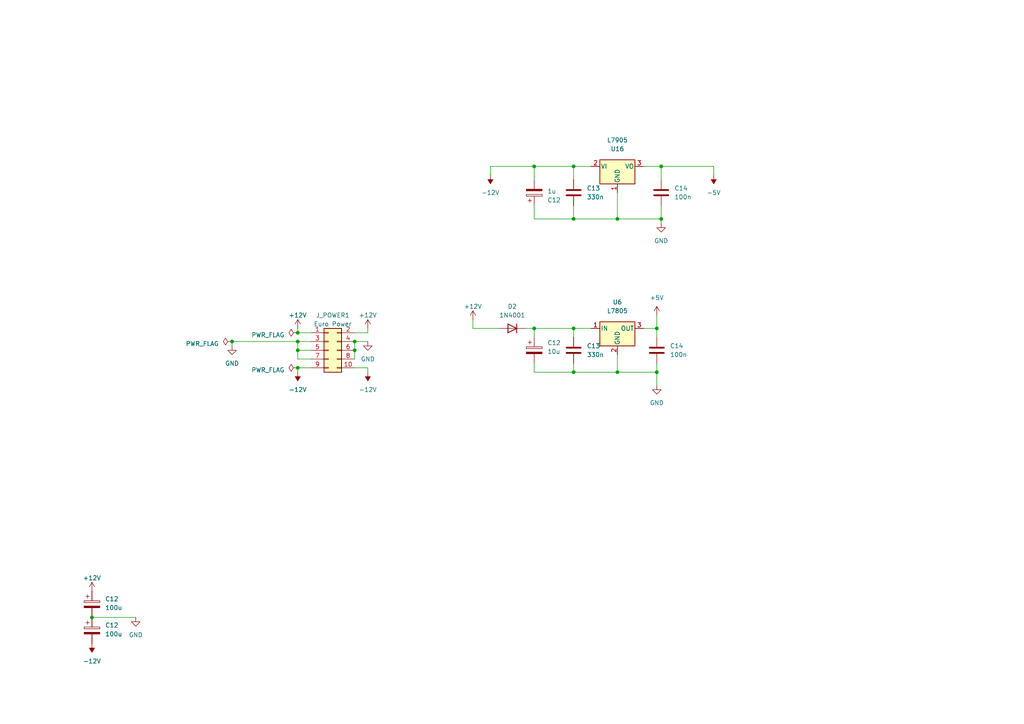
<source format=kicad_sch>
(kicad_sch (version 20230121) (generator eeschema)
  (paper "A4")
  (lib_symbols
    (symbol "Connector_Generic:Conn_02x05_Odd_Even" (pin_names (offset 1.016) hide)
      (property "Reference" "J" (at 1.27 7.62 0))
      (property "Value" "Conn_02x05_Odd_Even" (at 1.27 -7.62 0))
      (symbol "Conn_02x05_Odd_Even_1_1"
        (rectangle (start -1.27 -4.953) (end 0 -5.207) (stroke (width 0.1524)))
        (rectangle (start -1.27 -2.413) (end 0 -2.667) (stroke (width 0.1524)))
        (rectangle (start -1.27 0.127) (end 0 -0.127) (stroke (width 0.1524)))
        (rectangle (start -1.27 2.667) (end 0 2.413) (stroke (width 0.1524)))
        (rectangle (start -1.27 5.207) (end 0 4.953) (stroke (width 0.1524)))
        (rectangle (start -1.27 6.35) (end 3.81 -6.35) (stroke (width 0.254)) (fill (type background)))
        (rectangle (start 3.81 -4.953) (end 2.54 -5.207) (stroke (width 0.1524)))
        (rectangle (start 3.81 -2.413) (end 2.54 -2.667) (stroke (width 0.1524)))
        (rectangle (start 3.81 0.127) (end 2.54 -0.127) (stroke (width 0.1524)))
        (rectangle (start 3.81 2.667) (end 2.54 2.413) (stroke (width 0.1524)))
        (rectangle (start 3.81 5.207) (end 2.54 4.953) (stroke (width 0.1524)))
        (pin passive line (at -5.08 5.08 0) (length 3.81) (name "Pin_1") (number "1"))
        (pin passive line (at 7.62 -5.08 180) (length 3.81) (name "Pin_10") (number "10"))
        (pin passive line (at 7.62 5.08 180) (length 3.81) (name "Pin_2") (number "2"))
        (pin passive line (at -5.08 2.54 0) (length 3.81) (name "Pin_3") (number "3"))
        (pin passive line (at 7.62 2.54 180) (length 3.81) (name "Pin_4") (number "4"))
        (pin passive line (at -5.08 0 0) (length 3.81) (name "Pin_5") (number "5"))
        (pin passive line (at 7.62 0 180) (length 3.81) (name "Pin_6") (number "6"))
        (pin passive line (at -5.08 -2.54 0) (length 3.81) (name "Pin_7") (number "7"))
        (pin passive line (at 7.62 -2.54 180) (length 3.81) (name "Pin_8") (number "8"))
        (pin passive line (at -5.08 -5.08 0) (length 3.81) (name "Pin_9") (number "9"))
      )
    )
    (symbol "Device:C" (pin_numbers hide) (pin_names (offset 0.254))
      (property "Reference" "C" (at 0.635 2.54 0))
      (property "Value" "C" (at 0.635 -2.54 0))
      (symbol "C_0_1"
        (polyline (pts (xy -2.032 -0.762) (xy 2.032 -0.762)) (stroke (width 0.508)))
        (polyline (pts (xy -2.032 0.762) (xy 2.032 0.762)) (stroke (width 0.508)))
      )
      (symbol "C_1_1"
        (pin passive line (at 0 3.81 270) (length 2.794) (name "~") (number "1"))
        (pin passive line (at 0 -3.81 90) (length 2.794) (name "~") (number "2"))
      )
    )
    (symbol "Device:C_Polarized" (pin_numbers hide) (pin_names (offset 0.254))
      (property "Reference" "C" (at 0.635 2.54 0))
      (property "Value" "C_Polarized" (at 0.635 -2.54 0))
      (symbol "C_Polarized_0_1"
        (rectangle (start -2.286 0.508) (end 2.286 1.016))
        (polyline (pts (xy -1.778 2.286) (xy -0.762 2.286)))
        (polyline (pts (xy -1.27 2.794) (xy -1.27 1.778)))
        (rectangle (start 2.286 -0.508) (end -2.286 -1.016) (fill (type outline)))
      )
      (symbol "C_Polarized_1_1"
        (pin passive line (at 0 3.81 270) (length 2.794) (name "~") (number "1"))
        (pin passive line (at 0 -3.81 90) (length 2.794) (name "~") (number "2"))
      )
    )
    (symbol "Diode:1N4001" (pin_numbers hide) (pin_names hide)
      (property "Reference" "D" (at 0 2.54 0))
      (property "Value" "1N4001" (at 0 -2.54 0))
      (symbol "1N4001_0_1"
        (polyline (pts (xy -1.27 1.27) (xy -1.27 -1.27)) (stroke (width 0.254)))
        (polyline (pts (xy 1.27 0) (xy -1.27 0)))
        (polyline (pts (xy 1.27 1.27) (xy 1.27 -1.27) (xy -1.27 0) (xy 1.27 1.27)) (stroke (width 0.254)))
      )
      (symbol "1N4001_1_1"
        (pin passive line (at -3.81 0 0) (length 2.54) (name "K") (number "1"))
        (pin passive line (at 3.81 0 180) (length 2.54) (name "A") (number "2"))
      )
    )
    (symbol "PWR_FLAG_1" (power) (pin_numbers hide) (pin_names (offset 0) hide)
      (property "Value" "PWR_FLAG_1" (at 0 3.81 0))
      (symbol "PWR_FLAG_1_0_0"
        (pin power_out line (at 0 0 90) (length 0) (name "pwr") (number "1"))
      )
      (symbol "PWR_FLAG_1_0_1"
        (polyline (pts (xy 0 0) (xy 0 1.27) (xy -1.016 1.905) (xy 0 2.54) (xy 1.016 1.905) (xy 0 1.27)))
      )
    )
    (symbol "PWR_FLAG_2" (power) (pin_numbers hide) (pin_names (offset 0) hide)
      (property "Value" "PWR_FLAG_2" (at 0 3.81 0))
      (symbol "PWR_FLAG_2_0_0"
        (pin power_out line (at 0 0 90) (length 0) (name "pwr") (number "1"))
      )
      (symbol "PWR_FLAG_2_0_1"
        (polyline (pts (xy 0 0) (xy 0 1.27) (xy -1.016 1.905) (xy 0 2.54) (xy 1.016 1.905) (xy 0 1.27)))
      )
    )
    (symbol "PWR_FLAG_3" (power) (pin_numbers hide) (pin_names (offset 0) hide)
      (property "Value" "PWR_FLAG_3" (at 0 3.81 0))
      (symbol "PWR_FLAG_3_0_0"
        (pin power_out line (at 0 0 90) (length 0) (name "pwr") (number "1"))
      )
      (symbol "PWR_FLAG_3_0_1"
        (polyline (pts (xy 0 0) (xy 0 1.27) (xy -1.016 1.905) (xy 0 2.54) (xy 1.016 1.905) (xy 0 1.27)))
      )
    )
    (symbol "Regulator_Linear:L7805" (pin_names (offset 0.254))
      (property "Reference" "U" (at -3.81 3.175 0))
      (property "Value" "L7805" (at 0 3.175 0))
      (symbol "L7805_0_1"
        (rectangle (start -5.08 1.905) (end 5.08 -5.08) (stroke (width 0.254)) (fill (type background)))
      )
      (symbol "L7805_1_1"
        (pin power_in line (at -7.62 0 0) (length 2.54) (name "IN") (number "1"))
        (pin power_in line (at 0 -7.62 90) (length 2.54) (name "GND") (number "2"))
        (pin power_out line (at 7.62 0 180) (length 2.54) (name "OUT") (number "3"))
      )
    )
    (symbol "Regulator_Linear:L7905" (pin_names (offset 0.254))
      (property "Reference" "U" (at -3.81 -3.175 0))
      (property "Value" "L7905" (at 0 -3.175 0))
      (symbol "L7905_0_1"
        (rectangle (start -5.08 5.08) (end 5.08 -1.905) (stroke (width 0.254)) (fill (type background)))
      )
      (symbol "L7905_1_1"
        (pin power_in line (at 0 7.62 270) (length 2.54) (name "GND") (number "1"))
        (pin power_in line (at -7.62 0 0) (length 2.54) (name "VI") (number "2"))
        (pin power_out line (at 7.62 0 180) (length 2.54) (name "VO") (number "3"))
      )
    )
    (symbol "power:+12V" (power) (pin_names (offset 0))
      (property "Value" "+12V" (at 0 3.556 0))
      (symbol "+12V_0_1"
        (polyline (pts (xy -0.762 1.27) (xy 0 2.54)))
        (polyline (pts (xy 0 0) (xy 0 2.54)))
        (polyline (pts (xy 0 2.54) (xy 0.762 1.27)))
      )
      (symbol "+12V_1_1"
        (pin power_in line (at 0 0 90) (length 0) hide (name "+12V") (number "1"))
      )
    )
    (symbol "power:+5V" (power) (pin_names (offset 0))
      (property "Value" "+5V" (at 0 3.556 0))
      (symbol "+5V_0_1"
        (polyline (pts (xy -0.762 1.27) (xy 0 2.54)))
        (polyline (pts (xy 0 0) (xy 0 2.54)))
        (polyline (pts (xy 0 2.54) (xy 0.762 1.27)))
      )
      (symbol "+5V_1_1"
        (pin power_in line (at 0 0 90) (length 0) hide (name "+5V") (number "1"))
      )
    )
    (symbol "power:-12V" (power) (pin_names (offset 0))
      (property "Value" "-12V" (at 0 3.81 0))
      (symbol "-12V_0_0"
        (pin power_in line (at 0 0 90) (length 0) hide (name "-12V") (number "1"))
      )
      (symbol "-12V_0_1"
        (polyline (pts (xy 0 0) (xy 0 1.27) (xy 0.762 1.27) (xy 0 2.54) (xy -0.762 1.27) (xy 0 1.27)) (fill (type outline)))
      )
    )
    (symbol "power:-5V" (power) (pin_names (offset 0))
      (property "Value" "-5V" (at 0 3.81 0))
      (symbol "-5V_0_0"
        (pin power_in line (at 0 0 90) (length 0) hide (name "-5V") (number "1"))
      )
      (symbol "-5V_0_1"
        (polyline (pts (xy 0 0) (xy 0 1.27) (xy 0.762 1.27) (xy 0 2.54) (xy -0.762 1.27) (xy 0 1.27)) (fill (type outline)))
      )
    )
    (symbol "power:GND" (power) (pin_names (offset 0))
      (property "Value" "GND" (at 0 -3.81 0))
      (symbol "GND_0_1"
        (polyline (pts (xy 0 0) (xy 0 -1.27) (xy 1.27 -1.27) (xy 0 -2.54) (xy -1.27 -1.27) (xy 0 -1.27)))
      )
      (symbol "GND_1_1"
        (pin power_in line (at 0 0 270) (length 0) hide (name "GND") (number "1"))
      )
    )
  )
  (junction (at 154.94 95.25))
  (junction (at 179.07 107.95))
  (junction (at 86.36 99.06))
  (junction (at 86.36 96.52))
  (junction (at 86.36 101.6))
  (junction (at 86.36 106.68))
  (junction (at 166.37 107.95))
  (junction (at 67.31 99.06))
  (junction (at 166.37 63.5))
  (junction (at 190.5 95.25))
  (junction (at 102.87 101.6))
  (junction (at 191.77 63.5))
  (junction (at 166.37 48.26))
  (junction (at 190.5 107.95))
  (junction (at 166.37 95.25))
  (junction (at 154.94 48.26))
  (junction (at 26.67 179.07))
  (junction (at 179.07 63.5))
  (junction (at 191.77 48.26))
  (junction (at 102.87 99.06))
  (wire (pts (xy 154.94 95.25) (xy 166.37 95.25)))
  (wire (pts (xy 190.5 111.76) (xy 190.5 107.95)))
  (wire (pts (xy 137.16 92.71) (xy 137.16 95.25)))
  (wire (pts (xy 171.45 48.26) (xy 166.37 48.26)))
  (wire (pts (xy 106.68 95.25) (xy 106.68 96.52)))
  (wire (pts (xy 137.16 95.25) (xy 144.78 95.25)))
  (wire (pts (xy 191.77 63.5) (xy 179.07 63.5)))
  (wire (pts (xy 190.5 105.41) (xy 190.5 107.95)))
  (wire (pts (xy 166.37 95.25) (xy 166.37 97.79)))
  (wire (pts (xy 86.36 99.06) (xy 90.17 99.06)))
  (wire (pts (xy 166.37 48.26) (xy 166.37 52.07)))
  (wire (pts (xy 86.36 96.52) (xy 90.17 96.52)))
  (wire (pts (xy 86.36 101.6) (xy 86.36 104.14)))
  (wire (pts (xy 86.36 95.25) (xy 86.36 96.52)))
  (wire (pts (xy 207.01 50.8) (xy 207.01 48.26)))
  (wire (pts (xy 154.94 63.5) (xy 154.94 59.69)))
  (wire (pts (xy 26.67 179.07) (xy 39.37 179.07)))
  (wire (pts (xy 166.37 95.25) (xy 171.45 95.25)))
  (wire (pts (xy 86.36 101.6) (xy 90.17 101.6)))
  (wire (pts (xy 86.36 107.95) (xy 86.36 106.68)))
  (wire (pts (xy 102.87 101.6) (xy 102.87 104.14)))
  (wire (pts (xy 154.94 48.26) (xy 154.94 52.07)))
  (wire (pts (xy 67.31 99.06) (xy 67.31 100.33)))
  (wire (pts (xy 190.5 107.95) (xy 179.07 107.95)))
  (wire (pts (xy 142.24 48.26) (xy 154.94 48.26)))
  (wire (pts (xy 102.87 99.06) (xy 106.68 99.06)))
  (wire (pts (xy 179.07 55.88) (xy 179.07 63.5)))
  (wire (pts (xy 142.24 50.8) (xy 142.24 48.26)))
  (wire (pts (xy 179.07 107.95) (xy 166.37 107.95)))
  (wire (pts (xy 154.94 95.25) (xy 154.94 97.79)))
  (wire (pts (xy 166.37 63.5) (xy 154.94 63.5)))
  (wire (pts (xy 152.4 95.25) (xy 154.94 95.25)))
  (wire (pts (xy 86.36 104.14) (xy 90.17 104.14)))
  (wire (pts (xy 191.77 48.26) (xy 207.01 48.26)))
  (wire (pts (xy 86.36 99.06) (xy 86.36 101.6)))
  (wire (pts (xy 186.69 48.26) (xy 191.77 48.26)))
  (wire (pts (xy 106.68 107.95) (xy 106.68 106.68)))
  (wire (pts (xy 191.77 48.26) (xy 191.77 52.07)))
  (wire (pts (xy 166.37 107.95) (xy 154.94 107.95)))
  (wire (pts (xy 191.77 59.69) (xy 191.77 63.5)))
  (wire (pts (xy 166.37 48.26) (xy 154.94 48.26)))
  (wire (pts (xy 190.5 95.25) (xy 190.5 97.79)))
  (wire (pts (xy 106.68 96.52) (xy 102.87 96.52)))
  (wire (pts (xy 186.69 95.25) (xy 190.5 95.25)))
  (wire (pts (xy 166.37 59.69) (xy 166.37 63.5)))
  (wire (pts (xy 191.77 64.77) (xy 191.77 63.5)))
  (wire (pts (xy 67.31 99.06) (xy 86.36 99.06)))
  (wire (pts (xy 166.37 105.41) (xy 166.37 107.95)))
  (wire (pts (xy 102.87 99.06) (xy 102.87 101.6)))
  (wire (pts (xy 106.68 106.68) (xy 102.87 106.68)))
  (wire (pts (xy 179.07 63.5) (xy 166.37 63.5)))
  (wire (pts (xy 179.07 102.87) (xy 179.07 107.95)))
  (wire (pts (xy 86.36 106.68) (xy 90.17 106.68)))
  (wire (pts (xy 190.5 91.44) (xy 190.5 95.25)))
  (wire (pts (xy 154.94 107.95) (xy 154.94 105.41)))
  (symbol (lib_id "Device:C") (at 191.77 55.88 0) (unit 1)
    (property "Reference" "C14" (at 195.58 54.6099 0) (effects (justify left)))
    (property "Value" "100n" (at 195.58 57.1499 0) (effects (justify left)))
    (property "Footprint" "Capacitor_THT:C_Disc_D3.0mm_W2.0mm_P2.50mm" (effects hide))
    (instances (project "third-voice" (path "" (reference "C14") (unit 1))) (project "shmoergh-funk-livecontrol" (path "" (reference "C32") (unit 1))))
  )
  (symbol (lib_id "Device:C") (at 190.5 101.6 0) (unit 1)
    (property "Reference" "C14" (at 194.31 100.3299 0) (effects (justify left)))
    (property "Value" "100n" (at 194.31 102.8699 0) (effects (justify left)))
    (property "Footprint" "Capacitor_THT:C_Disc_D3.0mm_W2.0mm_P2.50mm" (effects hide))
    (instances (project "third-voice" (path "" (reference "C14") (unit 1))) (project "shmoergh-funk-livecontrol" (path "" (reference "C3") (unit 1))))
  )
  (symbol (lib_id "Regulator_Linear:L7805") (at 179.07 95.25 0) (unit 1)
    (property "Reference" "U6" (at 179.07 87.63 0))
    (property "Value" "L7805" (at 179.07 90.17 0))
    (property "Footprint" "Package_TO_SOT_THT:TO-220-3_Vertical" (effects hide))
    (property "Datasheet" "http://www.st.com/content/ccc/resource/technical/document/datasheet/41/4f/b3/b0/12/d4/47/88/CD00000444.pdf/files/CD00000444.pdf/jcr:content/translations/en.CD00000444.pdf" (effects hide))
    (instances (project "third-voice" (path "" (reference "U6") (unit 1))) (project "shmoergh-funk-livecontrol" (path "" (reference "U3") (unit 1))))
  )
  (symbol (lib_id "power:+12V") (at 106.68 95.25 0) (unit 1)
    (property "Reference" "#PWR0121" (effects hide))
    (property "Value" "+12V" (at 106.68 91.44 0))
  )
  (symbol (lib_name "PWR_FLAG_3") (lib_id "power:PWR_FLAG") (at 67.31 99.06 90) (unit 1)
    (property "Reference" "#FLG07" (effects hide))
    (property "Value" "PWR_FLAG" (at 63.5 99.695 90) (effects (justify left)))
  )
  (symbol (lib_id "Device:C_Polarized") (at 26.67 175.26 0) (unit 1)
    (property "Reference" "C12" (at 30.48 173.736 0) (effects (justify left)))
    (property "Value" "100u" (at 30.48 176.276 0) (effects (justify left)))
    (property "Footprint" "Capacitor_THT:CP_Radial_D6.3mm_P2.50mm" (effects hide))
    (instances (project "third-voice" (path "" (reference "C12") (unit 1))) (project "shmoergh-funk-livecontrol" (path "" (reference "C35") (unit 1))))
  )
  (symbol (lib_id "power:+12V") (at 86.36 95.25 0) (unit 1)
    (property "Reference" "#PWR019" (effects hide))
    (property "Value" "+12V" (at 86.36 91.44 0))
  )
  (symbol (lib_id "power:+5V") (at 190.5 91.44 0) (unit 1)
    (property "Reference" "#PWR026" (effects hide))
    (property "Value" "+5V" (at 190.5 86.36 0))
    (instances (project "third-voice" (path "" (reference "#PWR026") (unit 1))) (project "shmoergh-funk-livecontrol" (path "" (reference "#PWR022") (unit 1))))
  )
  (symbol (lib_id "Regulator_Linear:L7905") (at 179.07 48.26 0) (mirror x) (unit 1)
    (property "Reference" "U16" (at 179.07 43.18 0))
    (property "Value" "L7905" (at 179.07 40.64 0))
    (property "Footprint" "Package_TO_SOT_THT:TO-220-3_Vertical" (effects hide))
    (property "Datasheet" "http://www.st.com/content/ccc/resource/technical/document/datasheet/c9/16/86/41/c7/2b/45/f2/CD00000450.pdf/files/CD00000450.pdf/jcr:content/translations/en.CD00000450.pdf" (effects hide))
  )
  (symbol (lib_id "power:GND") (at 191.77 64.77 0) (unit 1)
    (property "Reference" "#PWR0100" (effects hide))
    (property "Value" "GND" (at 191.77 69.85 0))
  )
  (symbol (lib_id "power:-12V") (at 142.24 50.8 180) (unit 1)
    (property "Reference" "#PWR0102" (effects hide))
    (property "Value" "-12V" (at 142.24 55.88 0))
  )
  (symbol (lib_name "PWR_FLAG_1") (lib_id "power:PWR_FLAG") (at 86.36 96.52 90) (unit 1)
    (property "Reference" "#FLG05" (effects hide))
    (property "Value" "PWR_FLAG" (at 82.55 97.155 90) (effects (justify left)))
  )
  (symbol (lib_id "power:-12V") (at 86.36 107.95 180) (unit 1)
    (property "Reference" "#PWR020" (effects hide))
    (property "Value" "-12V" (at 86.36 113.03 0))
  )
  (symbol (lib_id "Connector_Generic:Conn_02x05_Odd_Even") (at 95.25 101.6 0) (unit 1)
    (property "Reference" "J_POWER1" (at 96.52 91.44 0))
    (property "Value" "Euro Power" (at 96.52 93.98 0))
    (property "Footprint" "Connector_IDC:IDC-Header_2x05_P2.54mm_Vertical" (effects hide))
  )
  (symbol (lib_id "power:-5V") (at 207.01 50.8 180) (unit 1)
    (property "Reference" "#PWR0101" (effects hide))
    (property "Value" "-5V" (at 207.01 55.88 0))
  )
  (symbol (lib_name "PWR_FLAG_2") (lib_id "power:PWR_FLAG") (at 86.36 106.68 90) (unit 1)
    (property "Reference" "#FLG06" (effects hide))
    (property "Value" "PWR_FLAG" (at 82.55 107.315 90) (effects (justify left)))
  )
  (symbol (lib_id "power:GND") (at 39.37 179.07 0) (unit 1)
    (property "Reference" "#PWR0120" (effects hide))
    (property "Value" "GND" (at 39.37 184.15 0))
  )
  (symbol (lib_id "Device:C") (at 166.37 101.6 0) (unit 1)
    (property "Reference" "C13" (at 170.18 100.3299 0) (effects (justify left)))
    (property "Value" "330n" (at 170.18 102.8699 0) (effects (justify left)))
    (property "Footprint" "Capacitor_THT:C_Disc_D3.0mm_W2.0mm_P2.50mm" (effects hide))
    (instances (project "third-voice" (path "" (reference "C13") (unit 1))) (project "shmoergh-funk-livecontrol" (path "" (reference "C2") (unit 1))))
  )
  (symbol (lib_id "power:GND") (at 106.68 99.06 0) (unit 1)
    (property "Reference" "#PWR0123" (effects hide))
    (property "Value" "GND" (at 106.68 104.14 0))
  )
  (symbol (lib_id "power:-12V") (at 26.67 186.69 180) (unit 1)
    (property "Reference" "#PWR0118" (effects hide))
    (property "Value" "-12V" (at 26.67 191.77 0))
  )
  (symbol (lib_id "Diode:1N4001") (at 148.59 95.25 180) (unit 1)
    (property "Reference" "D2" (at 148.59 88.9 0))
    (property "Value" "1N4001" (at 148.59 91.44 0))
    (property "Footprint" "Diode_THT:D_DO-41_SOD81_P10.16mm_Horizontal" (effects hide))
    (property "Datasheet" "http://www.vishay.com/docs/88503/1n4001.pdf" (effects hide))
    (instances (project "third-voice" (path "" (reference "D2") (unit 1))) (project "shmoergh-funk-livecontrol" (path "" (reference "D1") (unit 1))))
  )
  (symbol (lib_id "power:GND") (at 190.5 111.76 0) (unit 1)
    (property "Reference" "#PWR027" (effects hide))
    (property "Value" "GND" (at 190.5 116.84 0))
    (instances (project "third-voice" (path "" (reference "#PWR027") (unit 1))) (project "shmoergh-funk-livecontrol" (path "" (reference "#PWR023") (unit 1))))
  )
  (symbol (lib_id "Device:C_Polarized") (at 154.94 101.6 0) (unit 1)
    (property "Reference" "C12" (at 158.75 99.4409 0) (effects (justify left)))
    (property "Value" "10u" (at 158.75 101.9809 0) (effects (justify left)))
    (property "Footprint" "Capacitor_THT:CP_Radial_D6.3mm_P2.50mm" (effects hide))
    (instances (project "third-voice" (path "" (reference "C12") (unit 1))) (project "shmoergh-funk-livecontrol" (path "" (reference "C1") (unit 1))))
  )
  (symbol (lib_id "Device:C_Polarized") (at 154.94 55.88 0) (mirror x) (unit 1)
    (property "Reference" "C12" (at 158.75 58.0391 0) (effects (justify left)))
    (property "Value" "1u" (at 158.75 55.4991 0) (effects (justify left)))
    (property "Footprint" "Capacitor_THT:CP_Radial_D6.3mm_P2.50mm" (effects hide))
    (instances (project "third-voice" (path "" (reference "C12") (unit 1))) (project "shmoergh-funk-livecontrol" (path "" (reference "C30") (unit 1))))
  )
  (symbol (lib_id "Device:C") (at 166.37 55.88 0) (unit 1)
    (property "Reference" "C13" (at 170.18 54.6099 0) (effects (justify left)))
    (property "Value" "330n" (at 170.18 57.1499 0) (effects (justify left)))
    (property "Footprint" "Capacitor_THT:C_Disc_D3.0mm_W2.0mm_P2.50mm" (effects hide))
    (instances (project "third-voice" (path "" (reference "C13") (unit 1))) (project "shmoergh-funk-livecontrol" (path "" (reference "C31") (unit 1))))
  )
  (symbol (lib_id "power:GND") (at 67.31 100.33 0) (unit 1)
    (property "Reference" "#PWR021" (effects hide))
    (property "Value" "GND" (at 67.31 105.41 0))
  )
  (symbol (lib_id "power:-12V") (at 106.68 107.95 180) (unit 1)
    (property "Reference" "#PWR0122" (effects hide))
    (property "Value" "-12V" (at 106.68 113.03 0))
  )
  (symbol (lib_id "power:+12V") (at 26.67 171.45 0) (unit 1)
    (property "Reference" "#PWR0119" (effects hide))
    (property "Value" "+12V" (at 26.67 167.64 0))
  )
  (symbol (lib_id "Device:C_Polarized") (at 26.67 182.88 0) (unit 1)
    (property "Reference" "C12" (at 30.48 181.356 0) (effects (justify left)))
    (property "Value" "100u" (at 30.48 183.896 0) (effects (justify left)))
    (property "Footprint" "Capacitor_THT:CP_Radial_D6.3mm_P2.50mm" (effects hide))
    (instances (project "third-voice" (path "" (reference "C12") (unit 1))) (project "shmoergh-funk-livecontrol" (path "" (reference "C36") (unit 1))))
  )
  (symbol (lib_id "power:+12V") (at 137.16 92.71 0) (unit 1)
    (property "Reference" "#PWR024" (effects hide))
    (property "Value" "+12V" (at 137.16 88.9 0))
  )
)
</source>
